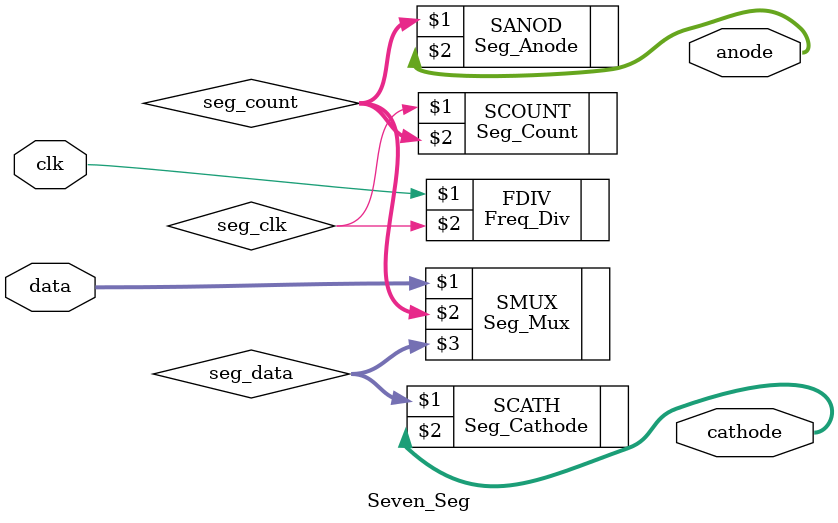
<source format=v>
`timescale 1ns / 1ps

module Seven_Seg(
    input clk,
    input [31:0] data,
    output [6:0] cathode,
    output [7:0] anode
);

	wire seg_clk;
	wire [2:0] seg_count;
	wire [3:0] seg_data;
	
	Freq_Div FDIV (clk, seg_clk);
	
	Seg_Count SCOUNT (seg_clk, seg_count);

	Seg_Mux SMUX (data, seg_count, seg_data);

	Seg_Anode SANOD (seg_count, anode);

	Seg_Cathode SCATH (seg_data, cathode);
	   
endmodule

</source>
